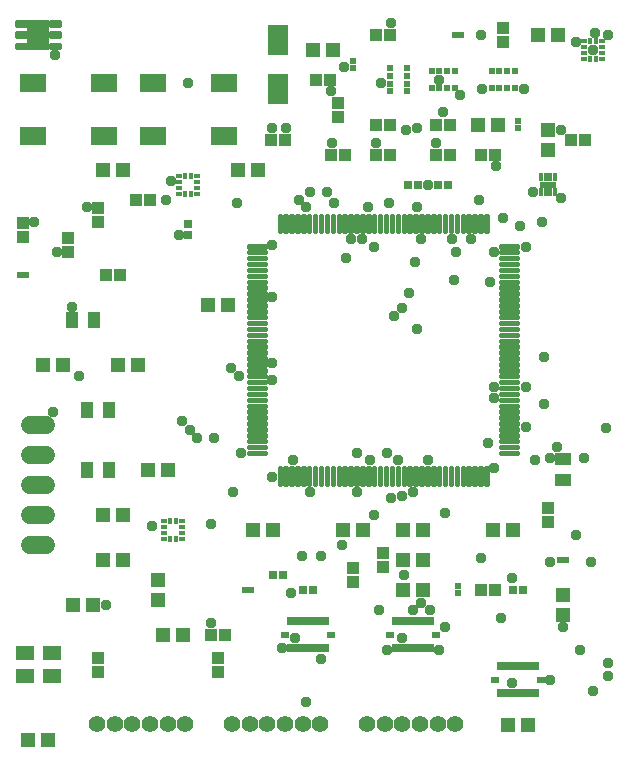
<source format=gts>
G04 EAGLE Gerber RS-274X export*
G75*
%MOMM*%
%FSLAX34Y34*%
%LPD*%
%INTop Solder Mask*%
%IPPOS*%
%AMOC8*
5,1,8,0,0,1.08239X$1,22.5*%
G01*
%ADD10R,0.553200X0.553200*%
%ADD11R,1.053200X1.103200*%
%ADD12R,1.303200X1.203200*%
%ADD13R,1.003200X1.403200*%
%ADD14R,1.203200X1.303200*%
%ADD15R,1.103200X1.053200*%
%ADD16R,0.803200X0.703200*%
%ADD17R,0.603200X0.583200*%
%ADD18R,0.583200X0.603200*%
%ADD19C,0.404144*%
%ADD20R,1.828200X2.568200*%
%ADD21R,0.763200X0.803200*%
%ADD22R,2.303200X1.603200*%
%ADD23C,1.524000*%
%ADD24R,1.753200X2.603200*%
%ADD25R,0.403200X0.703200*%
%ADD26R,1.403200X0.603200*%
%ADD27R,0.475000X0.450000*%
%ADD28R,0.450000X0.475000*%
%ADD29R,0.553200X0.793200*%
%ADD30R,0.793200X0.553200*%
%ADD31C,0.275422*%
%ADD32R,1.503200X1.303200*%
%ADD33C,1.411200*%
%ADD34R,1.403200X1.003200*%
%ADD35C,0.959600*%

G36*
X465402Y511125D02*
X465402Y511125D01*
X465404Y511124D01*
X465447Y511144D01*
X465491Y511162D01*
X465491Y511164D01*
X465493Y511165D01*
X465526Y511250D01*
X465526Y517250D01*
X465525Y517252D01*
X465526Y517254D01*
X465506Y517297D01*
X465488Y517341D01*
X465486Y517341D01*
X465485Y517343D01*
X465400Y517376D01*
X462400Y517376D01*
X462398Y517375D01*
X462396Y517376D01*
X462353Y517356D01*
X462309Y517338D01*
X462309Y517336D01*
X462307Y517335D01*
X462274Y517250D01*
X462274Y511250D01*
X462275Y511248D01*
X462274Y511246D01*
X462294Y511203D01*
X462312Y511159D01*
X462314Y511159D01*
X462315Y511157D01*
X462400Y511124D01*
X465400Y511124D01*
X465402Y511125D01*
G37*
G36*
X469402Y511125D02*
X469402Y511125D01*
X469404Y511124D01*
X469447Y511144D01*
X469491Y511162D01*
X469491Y511164D01*
X469493Y511165D01*
X469526Y511250D01*
X469526Y517250D01*
X469525Y517252D01*
X469526Y517254D01*
X469506Y517297D01*
X469488Y517341D01*
X469486Y517341D01*
X469485Y517343D01*
X469400Y517376D01*
X466400Y517376D01*
X466398Y517375D01*
X466396Y517376D01*
X466353Y517356D01*
X466309Y517338D01*
X466309Y517336D01*
X466307Y517335D01*
X466274Y517250D01*
X466274Y511250D01*
X466275Y511248D01*
X466274Y511246D01*
X466294Y511203D01*
X466312Y511159D01*
X466314Y511159D01*
X466315Y511157D01*
X466400Y511124D01*
X469400Y511124D01*
X469402Y511125D01*
G37*
G36*
X473402Y511125D02*
X473402Y511125D01*
X473404Y511124D01*
X473447Y511144D01*
X473491Y511162D01*
X473491Y511164D01*
X473493Y511165D01*
X473526Y511250D01*
X473526Y517250D01*
X473525Y517252D01*
X473526Y517254D01*
X473506Y517297D01*
X473488Y517341D01*
X473486Y517341D01*
X473485Y517343D01*
X473400Y517376D01*
X470400Y517376D01*
X470398Y517375D01*
X470396Y517376D01*
X470353Y517356D01*
X470309Y517338D01*
X470309Y517336D01*
X470307Y517335D01*
X470274Y517250D01*
X470274Y511250D01*
X470275Y511248D01*
X470274Y511246D01*
X470294Y511203D01*
X470312Y511159D01*
X470314Y511159D01*
X470315Y511157D01*
X470400Y511124D01*
X473400Y511124D01*
X473402Y511125D01*
G37*
G36*
X477402Y511125D02*
X477402Y511125D01*
X477404Y511124D01*
X477447Y511144D01*
X477491Y511162D01*
X477491Y511164D01*
X477493Y511165D01*
X477526Y511250D01*
X477526Y517250D01*
X477525Y517252D01*
X477526Y517254D01*
X477506Y517297D01*
X477488Y517341D01*
X477486Y517341D01*
X477485Y517343D01*
X477400Y517376D01*
X474400Y517376D01*
X474398Y517375D01*
X474396Y517376D01*
X474353Y517356D01*
X474309Y517338D01*
X474309Y517336D01*
X474307Y517335D01*
X474274Y517250D01*
X474274Y511250D01*
X474275Y511248D01*
X474274Y511246D01*
X474294Y511203D01*
X474312Y511159D01*
X474314Y511159D01*
X474315Y511157D01*
X474400Y511124D01*
X477400Y511124D01*
X477402Y511125D01*
G37*
G36*
X477402Y498625D02*
X477402Y498625D01*
X477404Y498624D01*
X477447Y498644D01*
X477491Y498662D01*
X477491Y498664D01*
X477493Y498665D01*
X477526Y498750D01*
X477526Y504750D01*
X477525Y504752D01*
X477526Y504754D01*
X477506Y504797D01*
X477488Y504841D01*
X477486Y504841D01*
X477485Y504843D01*
X477400Y504876D01*
X474400Y504876D01*
X474398Y504875D01*
X474396Y504876D01*
X474353Y504856D01*
X474309Y504838D01*
X474309Y504836D01*
X474307Y504835D01*
X474274Y504750D01*
X474274Y498750D01*
X474275Y498748D01*
X474274Y498746D01*
X474294Y498703D01*
X474312Y498659D01*
X474314Y498659D01*
X474315Y498657D01*
X474400Y498624D01*
X477400Y498624D01*
X477402Y498625D01*
G37*
G36*
X473402Y498625D02*
X473402Y498625D01*
X473404Y498624D01*
X473447Y498644D01*
X473491Y498662D01*
X473491Y498664D01*
X473493Y498665D01*
X473526Y498750D01*
X473526Y504750D01*
X473525Y504752D01*
X473526Y504754D01*
X473506Y504797D01*
X473488Y504841D01*
X473486Y504841D01*
X473485Y504843D01*
X473400Y504876D01*
X470400Y504876D01*
X470398Y504875D01*
X470396Y504876D01*
X470353Y504856D01*
X470309Y504838D01*
X470309Y504836D01*
X470307Y504835D01*
X470274Y504750D01*
X470274Y498750D01*
X470275Y498748D01*
X470274Y498746D01*
X470294Y498703D01*
X470312Y498659D01*
X470314Y498659D01*
X470315Y498657D01*
X470400Y498624D01*
X473400Y498624D01*
X473402Y498625D01*
G37*
G36*
X469402Y498625D02*
X469402Y498625D01*
X469404Y498624D01*
X469447Y498644D01*
X469491Y498662D01*
X469491Y498664D01*
X469493Y498665D01*
X469526Y498750D01*
X469526Y504750D01*
X469525Y504752D01*
X469526Y504754D01*
X469506Y504797D01*
X469488Y504841D01*
X469486Y504841D01*
X469485Y504843D01*
X469400Y504876D01*
X466400Y504876D01*
X466398Y504875D01*
X466396Y504876D01*
X466353Y504856D01*
X466309Y504838D01*
X466309Y504836D01*
X466307Y504835D01*
X466274Y504750D01*
X466274Y498750D01*
X466275Y498748D01*
X466274Y498746D01*
X466294Y498703D01*
X466312Y498659D01*
X466314Y498659D01*
X466315Y498657D01*
X466400Y498624D01*
X469400Y498624D01*
X469402Y498625D01*
G37*
G36*
X465402Y498625D02*
X465402Y498625D01*
X465404Y498624D01*
X465447Y498644D01*
X465491Y498662D01*
X465491Y498664D01*
X465493Y498665D01*
X465526Y498750D01*
X465526Y504750D01*
X465525Y504752D01*
X465526Y504754D01*
X465506Y504797D01*
X465488Y504841D01*
X465486Y504841D01*
X465485Y504843D01*
X465400Y504876D01*
X462400Y504876D01*
X462398Y504875D01*
X462396Y504876D01*
X462353Y504856D01*
X462309Y504838D01*
X462309Y504836D01*
X462307Y504835D01*
X462274Y504750D01*
X462274Y498750D01*
X462275Y498748D01*
X462274Y498746D01*
X462294Y498703D01*
X462312Y498659D01*
X462314Y498659D01*
X462315Y498657D01*
X462400Y498624D01*
X465400Y498624D01*
X465402Y498625D01*
G37*
D10*
X390750Y589650D03*
X384250Y589650D03*
X377750Y589650D03*
X371250Y589650D03*
X371250Y604150D03*
X377750Y604150D03*
X384250Y604150D03*
X390750Y604150D03*
X335650Y587150D03*
X335650Y593650D03*
X335650Y600150D03*
X335650Y606650D03*
X350150Y606650D03*
X350150Y600150D03*
X350150Y593650D03*
X350150Y587150D03*
X441550Y589650D03*
X435050Y589650D03*
X428550Y589650D03*
X422050Y589650D03*
X422050Y604150D03*
X428550Y604150D03*
X435050Y604150D03*
X441550Y604150D03*
D11*
X375200Y558800D03*
X386800Y558800D03*
X286300Y533400D03*
X297900Y533400D03*
D12*
X270900Y622300D03*
X287900Y622300D03*
D11*
X235500Y546100D03*
X247100Y546100D03*
D12*
X410600Y558800D03*
X427600Y558800D03*
X122800Y355600D03*
X105800Y355600D03*
X93100Y228600D03*
X110100Y228600D03*
X67700Y152400D03*
X84700Y152400D03*
X93100Y190500D03*
X110100Y190500D03*
X42300Y355600D03*
X59300Y355600D03*
D13*
X67200Y393700D03*
X85200Y393700D03*
D11*
X375200Y533400D03*
X386800Y533400D03*
D13*
X97900Y266700D03*
X79900Y266700D03*
X97900Y317500D03*
X79900Y317500D03*
D14*
X139700Y156600D03*
X139700Y173600D03*
D12*
X182000Y406400D03*
X199000Y406400D03*
D14*
X469900Y554600D03*
X469900Y537600D03*
D11*
X273600Y596900D03*
X285200Y596900D03*
X413300Y533400D03*
X424900Y533400D03*
X95800Y431800D03*
X107400Y431800D03*
D15*
X88900Y476800D03*
X88900Y488400D03*
X25400Y464100D03*
X25400Y475700D03*
X63500Y463000D03*
X63500Y451400D03*
D16*
X165100Y465400D03*
X165100Y474400D03*
D17*
X393700Y162290D03*
X393700Y167910D03*
D18*
X213090Y165100D03*
X218710Y165100D03*
X479790Y190500D03*
X485410Y190500D03*
X22590Y431800D03*
X28210Y431800D03*
D17*
X304800Y612410D03*
X304800Y606790D03*
X444500Y555990D03*
X444500Y561610D03*
D18*
X390890Y635000D03*
X396510Y635000D03*
D19*
X26946Y643504D02*
X20554Y643504D01*
X20554Y645496D01*
X26946Y645496D01*
X26946Y643504D01*
X26946Y634004D02*
X20554Y634004D01*
X20554Y635996D01*
X26946Y635996D01*
X26946Y634004D01*
X26946Y624504D02*
X20554Y624504D01*
X20554Y626496D01*
X26946Y626496D01*
X26946Y624504D01*
X49254Y626496D02*
X55646Y626496D01*
X55646Y624504D01*
X49254Y624504D01*
X49254Y626496D01*
X49254Y635996D02*
X55646Y635996D01*
X55646Y634004D01*
X49254Y634004D01*
X49254Y635996D01*
X49254Y645496D02*
X55646Y645496D01*
X55646Y643504D01*
X49254Y643504D01*
X49254Y645496D01*
D20*
X38100Y635000D03*
D11*
X324400Y533400D03*
X336000Y533400D03*
D15*
X88900Y95800D03*
X88900Y107400D03*
X292100Y565700D03*
X292100Y577300D03*
D11*
X489500Y546100D03*
X501100Y546100D03*
X184700Y127000D03*
X196300Y127000D03*
D15*
X431800Y629200D03*
X431800Y640800D03*
X190500Y107400D03*
X190500Y95800D03*
D11*
X413300Y165100D03*
X424900Y165100D03*
D15*
X304800Y183600D03*
X304800Y172000D03*
D21*
X245650Y177800D03*
X236950Y177800D03*
D11*
X324400Y558800D03*
X336000Y558800D03*
X121200Y495300D03*
X132800Y495300D03*
X324400Y635000D03*
X336000Y635000D03*
D12*
X207400Y520700D03*
X224400Y520700D03*
D21*
X351250Y508000D03*
X359950Y508000D03*
X385350Y508000D03*
X376650Y508000D03*
D22*
X135100Y594000D03*
X195100Y594000D03*
X135100Y549000D03*
X195100Y549000D03*
X33500Y594000D03*
X93500Y594000D03*
X33500Y549000D03*
X93500Y549000D03*
D23*
X44704Y304800D02*
X31496Y304800D01*
X31496Y279400D02*
X44704Y279400D01*
X44704Y254000D02*
X31496Y254000D01*
X31496Y228600D02*
X44704Y228600D01*
X44704Y203200D02*
X31496Y203200D01*
D24*
X241300Y588600D03*
X241300Y630600D03*
D25*
X463900Y501750D03*
X467900Y501750D03*
X471900Y501750D03*
X475900Y501750D03*
X475900Y514250D03*
X471900Y514250D03*
X467900Y514250D03*
X463900Y514250D03*
D26*
X469900Y508000D03*
D27*
X515625Y629800D03*
X500375Y629800D03*
X500375Y624800D03*
X500375Y619800D03*
X500375Y614800D03*
X515625Y624800D03*
X515625Y619800D03*
X515625Y614800D03*
D28*
X505500Y614675D03*
X505500Y629925D03*
X510500Y629925D03*
X510500Y614675D03*
D27*
X160025Y223400D03*
X144775Y223400D03*
X144775Y218400D03*
X144775Y213400D03*
X144775Y208400D03*
X160025Y218400D03*
X160025Y213400D03*
X160025Y208400D03*
D28*
X149900Y208275D03*
X149900Y223525D03*
X154900Y223525D03*
X154900Y208275D03*
D29*
X370600Y138650D03*
X365600Y138650D03*
X360600Y138650D03*
X355600Y138650D03*
X350600Y138650D03*
X345600Y138650D03*
X340600Y138650D03*
D30*
X336450Y127000D03*
D29*
X340600Y115350D03*
X345600Y115350D03*
X350600Y115350D03*
X355600Y115350D03*
X360600Y115350D03*
X365600Y115350D03*
X370600Y115350D03*
D30*
X374750Y127000D03*
D29*
X429500Y77250D03*
X434500Y77250D03*
X439500Y77250D03*
X444500Y77250D03*
X449500Y77250D03*
X454500Y77250D03*
X459500Y77250D03*
D30*
X463650Y88900D03*
D29*
X459500Y100550D03*
X454500Y100550D03*
X449500Y100550D03*
X444500Y100550D03*
X439500Y100550D03*
X434500Y100550D03*
X429500Y100550D03*
D30*
X425350Y88900D03*
D29*
X281700Y138650D03*
X276700Y138650D03*
X271700Y138650D03*
X266700Y138650D03*
X261700Y138650D03*
X256700Y138650D03*
X251700Y138650D03*
D30*
X247550Y127000D03*
D29*
X251700Y115350D03*
X256700Y115350D03*
X261700Y115350D03*
X266700Y115350D03*
X271700Y115350D03*
X276700Y115350D03*
X281700Y115350D03*
D30*
X285850Y127000D03*
D31*
X243739Y254061D02*
X243739Y268939D01*
X243739Y254061D02*
X241661Y254061D01*
X241661Y268939D01*
X243739Y268939D01*
X243739Y256677D02*
X241661Y256677D01*
X241661Y259293D02*
X243739Y259293D01*
X243739Y261909D02*
X241661Y261909D01*
X241661Y264525D02*
X243739Y264525D01*
X243739Y267141D02*
X241661Y267141D01*
X248739Y268939D02*
X248739Y254061D01*
X246661Y254061D01*
X246661Y268939D01*
X248739Y268939D01*
X248739Y256677D02*
X246661Y256677D01*
X246661Y259293D02*
X248739Y259293D01*
X248739Y261909D02*
X246661Y261909D01*
X246661Y264525D02*
X248739Y264525D01*
X248739Y267141D02*
X246661Y267141D01*
X253739Y268939D02*
X253739Y254061D01*
X251661Y254061D01*
X251661Y268939D01*
X253739Y268939D01*
X253739Y256677D02*
X251661Y256677D01*
X251661Y259293D02*
X253739Y259293D01*
X253739Y261909D02*
X251661Y261909D01*
X251661Y264525D02*
X253739Y264525D01*
X253739Y267141D02*
X251661Y267141D01*
X258739Y268939D02*
X258739Y254061D01*
X256661Y254061D01*
X256661Y268939D01*
X258739Y268939D01*
X258739Y256677D02*
X256661Y256677D01*
X256661Y259293D02*
X258739Y259293D01*
X258739Y261909D02*
X256661Y261909D01*
X256661Y264525D02*
X258739Y264525D01*
X258739Y267141D02*
X256661Y267141D01*
X263739Y268939D02*
X263739Y254061D01*
X261661Y254061D01*
X261661Y268939D01*
X263739Y268939D01*
X263739Y256677D02*
X261661Y256677D01*
X261661Y259293D02*
X263739Y259293D01*
X263739Y261909D02*
X261661Y261909D01*
X261661Y264525D02*
X263739Y264525D01*
X263739Y267141D02*
X261661Y267141D01*
X268739Y268939D02*
X268739Y254061D01*
X266661Y254061D01*
X266661Y268939D01*
X268739Y268939D01*
X268739Y256677D02*
X266661Y256677D01*
X266661Y259293D02*
X268739Y259293D01*
X268739Y261909D02*
X266661Y261909D01*
X266661Y264525D02*
X268739Y264525D01*
X268739Y267141D02*
X266661Y267141D01*
X273739Y268939D02*
X273739Y254061D01*
X271661Y254061D01*
X271661Y268939D01*
X273739Y268939D01*
X273739Y256677D02*
X271661Y256677D01*
X271661Y259293D02*
X273739Y259293D01*
X273739Y261909D02*
X271661Y261909D01*
X271661Y264525D02*
X273739Y264525D01*
X273739Y267141D02*
X271661Y267141D01*
X278739Y268939D02*
X278739Y254061D01*
X276661Y254061D01*
X276661Y268939D01*
X278739Y268939D01*
X278739Y256677D02*
X276661Y256677D01*
X276661Y259293D02*
X278739Y259293D01*
X278739Y261909D02*
X276661Y261909D01*
X276661Y264525D02*
X278739Y264525D01*
X278739Y267141D02*
X276661Y267141D01*
X283739Y268939D02*
X283739Y254061D01*
X281661Y254061D01*
X281661Y268939D01*
X283739Y268939D01*
X283739Y256677D02*
X281661Y256677D01*
X281661Y259293D02*
X283739Y259293D01*
X283739Y261909D02*
X281661Y261909D01*
X281661Y264525D02*
X283739Y264525D01*
X283739Y267141D02*
X281661Y267141D01*
X288739Y268939D02*
X288739Y254061D01*
X286661Y254061D01*
X286661Y268939D01*
X288739Y268939D01*
X288739Y256677D02*
X286661Y256677D01*
X286661Y259293D02*
X288739Y259293D01*
X288739Y261909D02*
X286661Y261909D01*
X286661Y264525D02*
X288739Y264525D01*
X288739Y267141D02*
X286661Y267141D01*
X293739Y268939D02*
X293739Y254061D01*
X291661Y254061D01*
X291661Y268939D01*
X293739Y268939D01*
X293739Y256677D02*
X291661Y256677D01*
X291661Y259293D02*
X293739Y259293D01*
X293739Y261909D02*
X291661Y261909D01*
X291661Y264525D02*
X293739Y264525D01*
X293739Y267141D02*
X291661Y267141D01*
X298739Y268939D02*
X298739Y254061D01*
X296661Y254061D01*
X296661Y268939D01*
X298739Y268939D01*
X298739Y256677D02*
X296661Y256677D01*
X296661Y259293D02*
X298739Y259293D01*
X298739Y261909D02*
X296661Y261909D01*
X296661Y264525D02*
X298739Y264525D01*
X298739Y267141D02*
X296661Y267141D01*
X303739Y268939D02*
X303739Y254061D01*
X301661Y254061D01*
X301661Y268939D01*
X303739Y268939D01*
X303739Y256677D02*
X301661Y256677D01*
X301661Y259293D02*
X303739Y259293D01*
X303739Y261909D02*
X301661Y261909D01*
X301661Y264525D02*
X303739Y264525D01*
X303739Y267141D02*
X301661Y267141D01*
X308739Y268939D02*
X308739Y254061D01*
X306661Y254061D01*
X306661Y268939D01*
X308739Y268939D01*
X308739Y256677D02*
X306661Y256677D01*
X306661Y259293D02*
X308739Y259293D01*
X308739Y261909D02*
X306661Y261909D01*
X306661Y264525D02*
X308739Y264525D01*
X308739Y267141D02*
X306661Y267141D01*
X313739Y268939D02*
X313739Y254061D01*
X311661Y254061D01*
X311661Y268939D01*
X313739Y268939D01*
X313739Y256677D02*
X311661Y256677D01*
X311661Y259293D02*
X313739Y259293D01*
X313739Y261909D02*
X311661Y261909D01*
X311661Y264525D02*
X313739Y264525D01*
X313739Y267141D02*
X311661Y267141D01*
X318739Y268939D02*
X318739Y254061D01*
X316661Y254061D01*
X316661Y268939D01*
X318739Y268939D01*
X318739Y256677D02*
X316661Y256677D01*
X316661Y259293D02*
X318739Y259293D01*
X318739Y261909D02*
X316661Y261909D01*
X316661Y264525D02*
X318739Y264525D01*
X318739Y267141D02*
X316661Y267141D01*
X323739Y268939D02*
X323739Y254061D01*
X321661Y254061D01*
X321661Y268939D01*
X323739Y268939D01*
X323739Y256677D02*
X321661Y256677D01*
X321661Y259293D02*
X323739Y259293D01*
X323739Y261909D02*
X321661Y261909D01*
X321661Y264525D02*
X323739Y264525D01*
X323739Y267141D02*
X321661Y267141D01*
X328739Y268939D02*
X328739Y254061D01*
X326661Y254061D01*
X326661Y268939D01*
X328739Y268939D01*
X328739Y256677D02*
X326661Y256677D01*
X326661Y259293D02*
X328739Y259293D01*
X328739Y261909D02*
X326661Y261909D01*
X326661Y264525D02*
X328739Y264525D01*
X328739Y267141D02*
X326661Y267141D01*
X333739Y268939D02*
X333739Y254061D01*
X331661Y254061D01*
X331661Y268939D01*
X333739Y268939D01*
X333739Y256677D02*
X331661Y256677D01*
X331661Y259293D02*
X333739Y259293D01*
X333739Y261909D02*
X331661Y261909D01*
X331661Y264525D02*
X333739Y264525D01*
X333739Y267141D02*
X331661Y267141D01*
X338739Y268939D02*
X338739Y254061D01*
X336661Y254061D01*
X336661Y268939D01*
X338739Y268939D01*
X338739Y256677D02*
X336661Y256677D01*
X336661Y259293D02*
X338739Y259293D01*
X338739Y261909D02*
X336661Y261909D01*
X336661Y264525D02*
X338739Y264525D01*
X338739Y267141D02*
X336661Y267141D01*
X343739Y268939D02*
X343739Y254061D01*
X341661Y254061D01*
X341661Y268939D01*
X343739Y268939D01*
X343739Y256677D02*
X341661Y256677D01*
X341661Y259293D02*
X343739Y259293D01*
X343739Y261909D02*
X341661Y261909D01*
X341661Y264525D02*
X343739Y264525D01*
X343739Y267141D02*
X341661Y267141D01*
X348739Y268939D02*
X348739Y254061D01*
X346661Y254061D01*
X346661Y268939D01*
X348739Y268939D01*
X348739Y256677D02*
X346661Y256677D01*
X346661Y259293D02*
X348739Y259293D01*
X348739Y261909D02*
X346661Y261909D01*
X346661Y264525D02*
X348739Y264525D01*
X348739Y267141D02*
X346661Y267141D01*
X353739Y268939D02*
X353739Y254061D01*
X351661Y254061D01*
X351661Y268939D01*
X353739Y268939D01*
X353739Y256677D02*
X351661Y256677D01*
X351661Y259293D02*
X353739Y259293D01*
X353739Y261909D02*
X351661Y261909D01*
X351661Y264525D02*
X353739Y264525D01*
X353739Y267141D02*
X351661Y267141D01*
X358739Y268939D02*
X358739Y254061D01*
X356661Y254061D01*
X356661Y268939D01*
X358739Y268939D01*
X358739Y256677D02*
X356661Y256677D01*
X356661Y259293D02*
X358739Y259293D01*
X358739Y261909D02*
X356661Y261909D01*
X356661Y264525D02*
X358739Y264525D01*
X358739Y267141D02*
X356661Y267141D01*
X363739Y268939D02*
X363739Y254061D01*
X361661Y254061D01*
X361661Y268939D01*
X363739Y268939D01*
X363739Y256677D02*
X361661Y256677D01*
X361661Y259293D02*
X363739Y259293D01*
X363739Y261909D02*
X361661Y261909D01*
X361661Y264525D02*
X363739Y264525D01*
X363739Y267141D02*
X361661Y267141D01*
X368739Y268939D02*
X368739Y254061D01*
X366661Y254061D01*
X366661Y268939D01*
X368739Y268939D01*
X368739Y256677D02*
X366661Y256677D01*
X366661Y259293D02*
X368739Y259293D01*
X368739Y261909D02*
X366661Y261909D01*
X366661Y264525D02*
X368739Y264525D01*
X368739Y267141D02*
X366661Y267141D01*
X373739Y268939D02*
X373739Y254061D01*
X371661Y254061D01*
X371661Y268939D01*
X373739Y268939D01*
X373739Y256677D02*
X371661Y256677D01*
X371661Y259293D02*
X373739Y259293D01*
X373739Y261909D02*
X371661Y261909D01*
X371661Y264525D02*
X373739Y264525D01*
X373739Y267141D02*
X371661Y267141D01*
X378739Y268939D02*
X378739Y254061D01*
X376661Y254061D01*
X376661Y268939D01*
X378739Y268939D01*
X378739Y256677D02*
X376661Y256677D01*
X376661Y259293D02*
X378739Y259293D01*
X378739Y261909D02*
X376661Y261909D01*
X376661Y264525D02*
X378739Y264525D01*
X378739Y267141D02*
X376661Y267141D01*
X383739Y268939D02*
X383739Y254061D01*
X381661Y254061D01*
X381661Y268939D01*
X383739Y268939D01*
X383739Y256677D02*
X381661Y256677D01*
X381661Y259293D02*
X383739Y259293D01*
X383739Y261909D02*
X381661Y261909D01*
X381661Y264525D02*
X383739Y264525D01*
X383739Y267141D02*
X381661Y267141D01*
X388739Y268939D02*
X388739Y254061D01*
X386661Y254061D01*
X386661Y268939D01*
X388739Y268939D01*
X388739Y256677D02*
X386661Y256677D01*
X386661Y259293D02*
X388739Y259293D01*
X388739Y261909D02*
X386661Y261909D01*
X386661Y264525D02*
X388739Y264525D01*
X388739Y267141D02*
X386661Y267141D01*
X393739Y268939D02*
X393739Y254061D01*
X391661Y254061D01*
X391661Y268939D01*
X393739Y268939D01*
X393739Y256677D02*
X391661Y256677D01*
X391661Y259293D02*
X393739Y259293D01*
X393739Y261909D02*
X391661Y261909D01*
X391661Y264525D02*
X393739Y264525D01*
X393739Y267141D02*
X391661Y267141D01*
X398739Y268939D02*
X398739Y254061D01*
X396661Y254061D01*
X396661Y268939D01*
X398739Y268939D01*
X398739Y256677D02*
X396661Y256677D01*
X396661Y259293D02*
X398739Y259293D01*
X398739Y261909D02*
X396661Y261909D01*
X396661Y264525D02*
X398739Y264525D01*
X398739Y267141D02*
X396661Y267141D01*
X403739Y268939D02*
X403739Y254061D01*
X401661Y254061D01*
X401661Y268939D01*
X403739Y268939D01*
X403739Y256677D02*
X401661Y256677D01*
X401661Y259293D02*
X403739Y259293D01*
X403739Y261909D02*
X401661Y261909D01*
X401661Y264525D02*
X403739Y264525D01*
X403739Y267141D02*
X401661Y267141D01*
X408739Y268939D02*
X408739Y254061D01*
X406661Y254061D01*
X406661Y268939D01*
X408739Y268939D01*
X408739Y256677D02*
X406661Y256677D01*
X406661Y259293D02*
X408739Y259293D01*
X408739Y261909D02*
X406661Y261909D01*
X406661Y264525D02*
X408739Y264525D01*
X408739Y267141D02*
X406661Y267141D01*
X413739Y268939D02*
X413739Y254061D01*
X411661Y254061D01*
X411661Y268939D01*
X413739Y268939D01*
X413739Y256677D02*
X411661Y256677D01*
X411661Y259293D02*
X413739Y259293D01*
X413739Y261909D02*
X411661Y261909D01*
X411661Y264525D02*
X413739Y264525D01*
X413739Y267141D02*
X411661Y267141D01*
X418739Y268939D02*
X418739Y254061D01*
X416661Y254061D01*
X416661Y268939D01*
X418739Y268939D01*
X418739Y256677D02*
X416661Y256677D01*
X416661Y259293D02*
X418739Y259293D01*
X418739Y261909D02*
X416661Y261909D01*
X416661Y264525D02*
X418739Y264525D01*
X418739Y267141D02*
X416661Y267141D01*
X418739Y467661D02*
X418739Y482539D01*
X418739Y467661D02*
X416661Y467661D01*
X416661Y482539D01*
X418739Y482539D01*
X418739Y470277D02*
X416661Y470277D01*
X416661Y472893D02*
X418739Y472893D01*
X418739Y475509D02*
X416661Y475509D01*
X416661Y478125D02*
X418739Y478125D01*
X418739Y480741D02*
X416661Y480741D01*
X413739Y482539D02*
X413739Y467661D01*
X411661Y467661D01*
X411661Y482539D01*
X413739Y482539D01*
X413739Y470277D02*
X411661Y470277D01*
X411661Y472893D02*
X413739Y472893D01*
X413739Y475509D02*
X411661Y475509D01*
X411661Y478125D02*
X413739Y478125D01*
X413739Y480741D02*
X411661Y480741D01*
X408739Y482539D02*
X408739Y467661D01*
X406661Y467661D01*
X406661Y482539D01*
X408739Y482539D01*
X408739Y470277D02*
X406661Y470277D01*
X406661Y472893D02*
X408739Y472893D01*
X408739Y475509D02*
X406661Y475509D01*
X406661Y478125D02*
X408739Y478125D01*
X408739Y480741D02*
X406661Y480741D01*
X403739Y482539D02*
X403739Y467661D01*
X401661Y467661D01*
X401661Y482539D01*
X403739Y482539D01*
X403739Y470277D02*
X401661Y470277D01*
X401661Y472893D02*
X403739Y472893D01*
X403739Y475509D02*
X401661Y475509D01*
X401661Y478125D02*
X403739Y478125D01*
X403739Y480741D02*
X401661Y480741D01*
X398739Y482539D02*
X398739Y467661D01*
X396661Y467661D01*
X396661Y482539D01*
X398739Y482539D01*
X398739Y470277D02*
X396661Y470277D01*
X396661Y472893D02*
X398739Y472893D01*
X398739Y475509D02*
X396661Y475509D01*
X396661Y478125D02*
X398739Y478125D01*
X398739Y480741D02*
X396661Y480741D01*
X393739Y482539D02*
X393739Y467661D01*
X391661Y467661D01*
X391661Y482539D01*
X393739Y482539D01*
X393739Y470277D02*
X391661Y470277D01*
X391661Y472893D02*
X393739Y472893D01*
X393739Y475509D02*
X391661Y475509D01*
X391661Y478125D02*
X393739Y478125D01*
X393739Y480741D02*
X391661Y480741D01*
X388739Y482539D02*
X388739Y467661D01*
X386661Y467661D01*
X386661Y482539D01*
X388739Y482539D01*
X388739Y470277D02*
X386661Y470277D01*
X386661Y472893D02*
X388739Y472893D01*
X388739Y475509D02*
X386661Y475509D01*
X386661Y478125D02*
X388739Y478125D01*
X388739Y480741D02*
X386661Y480741D01*
X383739Y482539D02*
X383739Y467661D01*
X381661Y467661D01*
X381661Y482539D01*
X383739Y482539D01*
X383739Y470277D02*
X381661Y470277D01*
X381661Y472893D02*
X383739Y472893D01*
X383739Y475509D02*
X381661Y475509D01*
X381661Y478125D02*
X383739Y478125D01*
X383739Y480741D02*
X381661Y480741D01*
X378739Y482539D02*
X378739Y467661D01*
X376661Y467661D01*
X376661Y482539D01*
X378739Y482539D01*
X378739Y470277D02*
X376661Y470277D01*
X376661Y472893D02*
X378739Y472893D01*
X378739Y475509D02*
X376661Y475509D01*
X376661Y478125D02*
X378739Y478125D01*
X378739Y480741D02*
X376661Y480741D01*
X373739Y482539D02*
X373739Y467661D01*
X371661Y467661D01*
X371661Y482539D01*
X373739Y482539D01*
X373739Y470277D02*
X371661Y470277D01*
X371661Y472893D02*
X373739Y472893D01*
X373739Y475509D02*
X371661Y475509D01*
X371661Y478125D02*
X373739Y478125D01*
X373739Y480741D02*
X371661Y480741D01*
X368739Y482539D02*
X368739Y467661D01*
X366661Y467661D01*
X366661Y482539D01*
X368739Y482539D01*
X368739Y470277D02*
X366661Y470277D01*
X366661Y472893D02*
X368739Y472893D01*
X368739Y475509D02*
X366661Y475509D01*
X366661Y478125D02*
X368739Y478125D01*
X368739Y480741D02*
X366661Y480741D01*
X363739Y482539D02*
X363739Y467661D01*
X361661Y467661D01*
X361661Y482539D01*
X363739Y482539D01*
X363739Y470277D02*
X361661Y470277D01*
X361661Y472893D02*
X363739Y472893D01*
X363739Y475509D02*
X361661Y475509D01*
X361661Y478125D02*
X363739Y478125D01*
X363739Y480741D02*
X361661Y480741D01*
X358739Y482539D02*
X358739Y467661D01*
X356661Y467661D01*
X356661Y482539D01*
X358739Y482539D01*
X358739Y470277D02*
X356661Y470277D01*
X356661Y472893D02*
X358739Y472893D01*
X358739Y475509D02*
X356661Y475509D01*
X356661Y478125D02*
X358739Y478125D01*
X358739Y480741D02*
X356661Y480741D01*
X353739Y482539D02*
X353739Y467661D01*
X351661Y467661D01*
X351661Y482539D01*
X353739Y482539D01*
X353739Y470277D02*
X351661Y470277D01*
X351661Y472893D02*
X353739Y472893D01*
X353739Y475509D02*
X351661Y475509D01*
X351661Y478125D02*
X353739Y478125D01*
X353739Y480741D02*
X351661Y480741D01*
X348739Y482539D02*
X348739Y467661D01*
X346661Y467661D01*
X346661Y482539D01*
X348739Y482539D01*
X348739Y470277D02*
X346661Y470277D01*
X346661Y472893D02*
X348739Y472893D01*
X348739Y475509D02*
X346661Y475509D01*
X346661Y478125D02*
X348739Y478125D01*
X348739Y480741D02*
X346661Y480741D01*
X343739Y482539D02*
X343739Y467661D01*
X341661Y467661D01*
X341661Y482539D01*
X343739Y482539D01*
X343739Y470277D02*
X341661Y470277D01*
X341661Y472893D02*
X343739Y472893D01*
X343739Y475509D02*
X341661Y475509D01*
X341661Y478125D02*
X343739Y478125D01*
X343739Y480741D02*
X341661Y480741D01*
X338739Y482539D02*
X338739Y467661D01*
X336661Y467661D01*
X336661Y482539D01*
X338739Y482539D01*
X338739Y470277D02*
X336661Y470277D01*
X336661Y472893D02*
X338739Y472893D01*
X338739Y475509D02*
X336661Y475509D01*
X336661Y478125D02*
X338739Y478125D01*
X338739Y480741D02*
X336661Y480741D01*
X333739Y482539D02*
X333739Y467661D01*
X331661Y467661D01*
X331661Y482539D01*
X333739Y482539D01*
X333739Y470277D02*
X331661Y470277D01*
X331661Y472893D02*
X333739Y472893D01*
X333739Y475509D02*
X331661Y475509D01*
X331661Y478125D02*
X333739Y478125D01*
X333739Y480741D02*
X331661Y480741D01*
X328739Y482539D02*
X328739Y467661D01*
X326661Y467661D01*
X326661Y482539D01*
X328739Y482539D01*
X328739Y470277D02*
X326661Y470277D01*
X326661Y472893D02*
X328739Y472893D01*
X328739Y475509D02*
X326661Y475509D01*
X326661Y478125D02*
X328739Y478125D01*
X328739Y480741D02*
X326661Y480741D01*
X323739Y482539D02*
X323739Y467661D01*
X321661Y467661D01*
X321661Y482539D01*
X323739Y482539D01*
X323739Y470277D02*
X321661Y470277D01*
X321661Y472893D02*
X323739Y472893D01*
X323739Y475509D02*
X321661Y475509D01*
X321661Y478125D02*
X323739Y478125D01*
X323739Y480741D02*
X321661Y480741D01*
X318739Y482539D02*
X318739Y467661D01*
X316661Y467661D01*
X316661Y482539D01*
X318739Y482539D01*
X318739Y470277D02*
X316661Y470277D01*
X316661Y472893D02*
X318739Y472893D01*
X318739Y475509D02*
X316661Y475509D01*
X316661Y478125D02*
X318739Y478125D01*
X318739Y480741D02*
X316661Y480741D01*
X313739Y482539D02*
X313739Y467661D01*
X311661Y467661D01*
X311661Y482539D01*
X313739Y482539D01*
X313739Y470277D02*
X311661Y470277D01*
X311661Y472893D02*
X313739Y472893D01*
X313739Y475509D02*
X311661Y475509D01*
X311661Y478125D02*
X313739Y478125D01*
X313739Y480741D02*
X311661Y480741D01*
X308739Y482539D02*
X308739Y467661D01*
X306661Y467661D01*
X306661Y482539D01*
X308739Y482539D01*
X308739Y470277D02*
X306661Y470277D01*
X306661Y472893D02*
X308739Y472893D01*
X308739Y475509D02*
X306661Y475509D01*
X306661Y478125D02*
X308739Y478125D01*
X308739Y480741D02*
X306661Y480741D01*
X303739Y482539D02*
X303739Y467661D01*
X301661Y467661D01*
X301661Y482539D01*
X303739Y482539D01*
X303739Y470277D02*
X301661Y470277D01*
X301661Y472893D02*
X303739Y472893D01*
X303739Y475509D02*
X301661Y475509D01*
X301661Y478125D02*
X303739Y478125D01*
X303739Y480741D02*
X301661Y480741D01*
X298739Y482539D02*
X298739Y467661D01*
X296661Y467661D01*
X296661Y482539D01*
X298739Y482539D01*
X298739Y470277D02*
X296661Y470277D01*
X296661Y472893D02*
X298739Y472893D01*
X298739Y475509D02*
X296661Y475509D01*
X296661Y478125D02*
X298739Y478125D01*
X298739Y480741D02*
X296661Y480741D01*
X293739Y482539D02*
X293739Y467661D01*
X291661Y467661D01*
X291661Y482539D01*
X293739Y482539D01*
X293739Y470277D02*
X291661Y470277D01*
X291661Y472893D02*
X293739Y472893D01*
X293739Y475509D02*
X291661Y475509D01*
X291661Y478125D02*
X293739Y478125D01*
X293739Y480741D02*
X291661Y480741D01*
X288739Y482539D02*
X288739Y467661D01*
X286661Y467661D01*
X286661Y482539D01*
X288739Y482539D01*
X288739Y470277D02*
X286661Y470277D01*
X286661Y472893D02*
X288739Y472893D01*
X288739Y475509D02*
X286661Y475509D01*
X286661Y478125D02*
X288739Y478125D01*
X288739Y480741D02*
X286661Y480741D01*
X283739Y482539D02*
X283739Y467661D01*
X281661Y467661D01*
X281661Y482539D01*
X283739Y482539D01*
X283739Y470277D02*
X281661Y470277D01*
X281661Y472893D02*
X283739Y472893D01*
X283739Y475509D02*
X281661Y475509D01*
X281661Y478125D02*
X283739Y478125D01*
X283739Y480741D02*
X281661Y480741D01*
X278739Y482539D02*
X278739Y467661D01*
X276661Y467661D01*
X276661Y482539D01*
X278739Y482539D01*
X278739Y470277D02*
X276661Y470277D01*
X276661Y472893D02*
X278739Y472893D01*
X278739Y475509D02*
X276661Y475509D01*
X276661Y478125D02*
X278739Y478125D01*
X278739Y480741D02*
X276661Y480741D01*
X273739Y482539D02*
X273739Y467661D01*
X271661Y467661D01*
X271661Y482539D01*
X273739Y482539D01*
X273739Y470277D02*
X271661Y470277D01*
X271661Y472893D02*
X273739Y472893D01*
X273739Y475509D02*
X271661Y475509D01*
X271661Y478125D02*
X273739Y478125D01*
X273739Y480741D02*
X271661Y480741D01*
X268739Y482539D02*
X268739Y467661D01*
X266661Y467661D01*
X266661Y482539D01*
X268739Y482539D01*
X268739Y470277D02*
X266661Y470277D01*
X266661Y472893D02*
X268739Y472893D01*
X268739Y475509D02*
X266661Y475509D01*
X266661Y478125D02*
X268739Y478125D01*
X268739Y480741D02*
X266661Y480741D01*
X263739Y482539D02*
X263739Y467661D01*
X261661Y467661D01*
X261661Y482539D01*
X263739Y482539D01*
X263739Y470277D02*
X261661Y470277D01*
X261661Y472893D02*
X263739Y472893D01*
X263739Y475509D02*
X261661Y475509D01*
X261661Y478125D02*
X263739Y478125D01*
X263739Y480741D02*
X261661Y480741D01*
X258739Y482539D02*
X258739Y467661D01*
X256661Y467661D01*
X256661Y482539D01*
X258739Y482539D01*
X258739Y470277D02*
X256661Y470277D01*
X256661Y472893D02*
X258739Y472893D01*
X258739Y475509D02*
X256661Y475509D01*
X256661Y478125D02*
X258739Y478125D01*
X258739Y480741D02*
X256661Y480741D01*
X253739Y482539D02*
X253739Y467661D01*
X251661Y467661D01*
X251661Y482539D01*
X253739Y482539D01*
X253739Y470277D02*
X251661Y470277D01*
X251661Y472893D02*
X253739Y472893D01*
X253739Y475509D02*
X251661Y475509D01*
X251661Y478125D02*
X253739Y478125D01*
X253739Y480741D02*
X251661Y480741D01*
X248739Y482539D02*
X248739Y467661D01*
X246661Y467661D01*
X246661Y482539D01*
X248739Y482539D01*
X248739Y470277D02*
X246661Y470277D01*
X246661Y472893D02*
X248739Y472893D01*
X248739Y475509D02*
X246661Y475509D01*
X246661Y478125D02*
X248739Y478125D01*
X248739Y480741D02*
X246661Y480741D01*
X243739Y482539D02*
X243739Y467661D01*
X241661Y467661D01*
X241661Y482539D01*
X243739Y482539D01*
X243739Y470277D02*
X241661Y470277D01*
X241661Y472893D02*
X243739Y472893D01*
X243739Y475509D02*
X241661Y475509D01*
X241661Y478125D02*
X243739Y478125D01*
X243739Y480741D02*
X241661Y480741D01*
X230839Y454761D02*
X215961Y454761D01*
X215961Y456839D01*
X230839Y456839D01*
X230839Y454761D01*
X230839Y449761D02*
X215961Y449761D01*
X215961Y451839D01*
X230839Y451839D01*
X230839Y449761D01*
X230839Y444761D02*
X215961Y444761D01*
X215961Y446839D01*
X230839Y446839D01*
X230839Y444761D01*
X230839Y439761D02*
X215961Y439761D01*
X215961Y441839D01*
X230839Y441839D01*
X230839Y439761D01*
X230839Y434761D02*
X215961Y434761D01*
X215961Y436839D01*
X230839Y436839D01*
X230839Y434761D01*
X230839Y429761D02*
X215961Y429761D01*
X215961Y431839D01*
X230839Y431839D01*
X230839Y429761D01*
X230839Y424761D02*
X215961Y424761D01*
X215961Y426839D01*
X230839Y426839D01*
X230839Y424761D01*
X230839Y419761D02*
X215961Y419761D01*
X215961Y421839D01*
X230839Y421839D01*
X230839Y419761D01*
X230839Y414761D02*
X215961Y414761D01*
X215961Y416839D01*
X230839Y416839D01*
X230839Y414761D01*
X230839Y409761D02*
X215961Y409761D01*
X215961Y411839D01*
X230839Y411839D01*
X230839Y409761D01*
X230839Y404761D02*
X215961Y404761D01*
X215961Y406839D01*
X230839Y406839D01*
X230839Y404761D01*
X230839Y399761D02*
X215961Y399761D01*
X215961Y401839D01*
X230839Y401839D01*
X230839Y399761D01*
X230839Y394761D02*
X215961Y394761D01*
X215961Y396839D01*
X230839Y396839D01*
X230839Y394761D01*
X230839Y389761D02*
X215961Y389761D01*
X215961Y391839D01*
X230839Y391839D01*
X230839Y389761D01*
X230839Y384761D02*
X215961Y384761D01*
X215961Y386839D01*
X230839Y386839D01*
X230839Y384761D01*
X230839Y379761D02*
X215961Y379761D01*
X215961Y381839D01*
X230839Y381839D01*
X230839Y379761D01*
X230839Y374761D02*
X215961Y374761D01*
X215961Y376839D01*
X230839Y376839D01*
X230839Y374761D01*
X230839Y369761D02*
X215961Y369761D01*
X215961Y371839D01*
X230839Y371839D01*
X230839Y369761D01*
X230839Y364761D02*
X215961Y364761D01*
X215961Y366839D01*
X230839Y366839D01*
X230839Y364761D01*
X230839Y359761D02*
X215961Y359761D01*
X215961Y361839D01*
X230839Y361839D01*
X230839Y359761D01*
X230839Y354761D02*
X215961Y354761D01*
X215961Y356839D01*
X230839Y356839D01*
X230839Y354761D01*
X230839Y349761D02*
X215961Y349761D01*
X215961Y351839D01*
X230839Y351839D01*
X230839Y349761D01*
X230839Y344761D02*
X215961Y344761D01*
X215961Y346839D01*
X230839Y346839D01*
X230839Y344761D01*
X230839Y339761D02*
X215961Y339761D01*
X215961Y341839D01*
X230839Y341839D01*
X230839Y339761D01*
X230839Y334761D02*
X215961Y334761D01*
X215961Y336839D01*
X230839Y336839D01*
X230839Y334761D01*
X230839Y329761D02*
X215961Y329761D01*
X215961Y331839D01*
X230839Y331839D01*
X230839Y329761D01*
X230839Y324761D02*
X215961Y324761D01*
X215961Y326839D01*
X230839Y326839D01*
X230839Y324761D01*
X230839Y319761D02*
X215961Y319761D01*
X215961Y321839D01*
X230839Y321839D01*
X230839Y319761D01*
X230839Y314761D02*
X215961Y314761D01*
X215961Y316839D01*
X230839Y316839D01*
X230839Y314761D01*
X230839Y309761D02*
X215961Y309761D01*
X215961Y311839D01*
X230839Y311839D01*
X230839Y309761D01*
X230839Y304761D02*
X215961Y304761D01*
X215961Y306839D01*
X230839Y306839D01*
X230839Y304761D01*
X230839Y299761D02*
X215961Y299761D01*
X215961Y301839D01*
X230839Y301839D01*
X230839Y299761D01*
X230839Y294761D02*
X215961Y294761D01*
X215961Y296839D01*
X230839Y296839D01*
X230839Y294761D01*
X230839Y289761D02*
X215961Y289761D01*
X215961Y291839D01*
X230839Y291839D01*
X230839Y289761D01*
X230839Y284761D02*
X215961Y284761D01*
X215961Y286839D01*
X230839Y286839D01*
X230839Y284761D01*
X230839Y279761D02*
X215961Y279761D01*
X215961Y281839D01*
X230839Y281839D01*
X230839Y279761D01*
X429561Y279761D02*
X444439Y279761D01*
X429561Y279761D02*
X429561Y281839D01*
X444439Y281839D01*
X444439Y279761D01*
X444439Y284761D02*
X429561Y284761D01*
X429561Y286839D01*
X444439Y286839D01*
X444439Y284761D01*
X444439Y289761D02*
X429561Y289761D01*
X429561Y291839D01*
X444439Y291839D01*
X444439Y289761D01*
X444439Y294761D02*
X429561Y294761D01*
X429561Y296839D01*
X444439Y296839D01*
X444439Y294761D01*
X444439Y299761D02*
X429561Y299761D01*
X429561Y301839D01*
X444439Y301839D01*
X444439Y299761D01*
X444439Y304761D02*
X429561Y304761D01*
X429561Y306839D01*
X444439Y306839D01*
X444439Y304761D01*
X444439Y309761D02*
X429561Y309761D01*
X429561Y311839D01*
X444439Y311839D01*
X444439Y309761D01*
X444439Y314761D02*
X429561Y314761D01*
X429561Y316839D01*
X444439Y316839D01*
X444439Y314761D01*
X444439Y319761D02*
X429561Y319761D01*
X429561Y321839D01*
X444439Y321839D01*
X444439Y319761D01*
X444439Y324761D02*
X429561Y324761D01*
X429561Y326839D01*
X444439Y326839D01*
X444439Y324761D01*
X444439Y329761D02*
X429561Y329761D01*
X429561Y331839D01*
X444439Y331839D01*
X444439Y329761D01*
X444439Y334761D02*
X429561Y334761D01*
X429561Y336839D01*
X444439Y336839D01*
X444439Y334761D01*
X444439Y339761D02*
X429561Y339761D01*
X429561Y341839D01*
X444439Y341839D01*
X444439Y339761D01*
X444439Y344761D02*
X429561Y344761D01*
X429561Y346839D01*
X444439Y346839D01*
X444439Y344761D01*
X444439Y349761D02*
X429561Y349761D01*
X429561Y351839D01*
X444439Y351839D01*
X444439Y349761D01*
X444439Y354761D02*
X429561Y354761D01*
X429561Y356839D01*
X444439Y356839D01*
X444439Y354761D01*
X444439Y359761D02*
X429561Y359761D01*
X429561Y361839D01*
X444439Y361839D01*
X444439Y359761D01*
X444439Y364761D02*
X429561Y364761D01*
X429561Y366839D01*
X444439Y366839D01*
X444439Y364761D01*
X444439Y369761D02*
X429561Y369761D01*
X429561Y371839D01*
X444439Y371839D01*
X444439Y369761D01*
X444439Y374761D02*
X429561Y374761D01*
X429561Y376839D01*
X444439Y376839D01*
X444439Y374761D01*
X444439Y379761D02*
X429561Y379761D01*
X429561Y381839D01*
X444439Y381839D01*
X444439Y379761D01*
X444439Y384761D02*
X429561Y384761D01*
X429561Y386839D01*
X444439Y386839D01*
X444439Y384761D01*
X444439Y389761D02*
X429561Y389761D01*
X429561Y391839D01*
X444439Y391839D01*
X444439Y389761D01*
X444439Y394761D02*
X429561Y394761D01*
X429561Y396839D01*
X444439Y396839D01*
X444439Y394761D01*
X444439Y399761D02*
X429561Y399761D01*
X429561Y401839D01*
X444439Y401839D01*
X444439Y399761D01*
X444439Y404761D02*
X429561Y404761D01*
X429561Y406839D01*
X444439Y406839D01*
X444439Y404761D01*
X444439Y409761D02*
X429561Y409761D01*
X429561Y411839D01*
X444439Y411839D01*
X444439Y409761D01*
X444439Y414761D02*
X429561Y414761D01*
X429561Y416839D01*
X444439Y416839D01*
X444439Y414761D01*
X444439Y419761D02*
X429561Y419761D01*
X429561Y421839D01*
X444439Y421839D01*
X444439Y419761D01*
X444439Y424761D02*
X429561Y424761D01*
X429561Y426839D01*
X444439Y426839D01*
X444439Y424761D01*
X444439Y429761D02*
X429561Y429761D01*
X429561Y431839D01*
X444439Y431839D01*
X444439Y429761D01*
X444439Y434761D02*
X429561Y434761D01*
X429561Y436839D01*
X444439Y436839D01*
X444439Y434761D01*
X444439Y439761D02*
X429561Y439761D01*
X429561Y441839D01*
X444439Y441839D01*
X444439Y439761D01*
X444439Y444761D02*
X429561Y444761D01*
X429561Y446839D01*
X444439Y446839D01*
X444439Y444761D01*
X444439Y449761D02*
X429561Y449761D01*
X429561Y451839D01*
X444439Y451839D01*
X444439Y449761D01*
X444439Y454761D02*
X429561Y454761D01*
X429561Y456839D01*
X444439Y456839D01*
X444439Y454761D01*
D27*
X172725Y515500D03*
X157475Y515500D03*
X157475Y510500D03*
X157475Y505500D03*
X157475Y500500D03*
X172725Y510500D03*
X172725Y505500D03*
X172725Y500500D03*
D28*
X162600Y500375D03*
X162600Y515625D03*
X167600Y515625D03*
X167600Y500375D03*
D32*
X26600Y92100D03*
X49600Y92100D03*
X49600Y111100D03*
X26600Y111100D03*
D33*
X277100Y51100D03*
X262100Y51100D03*
X247100Y51100D03*
X232100Y51100D03*
X217100Y51100D03*
X202100Y51100D03*
X391400Y51100D03*
X376400Y51100D03*
X361400Y51100D03*
X346400Y51100D03*
X331400Y51100D03*
X316400Y51100D03*
X162800Y51100D03*
X147800Y51100D03*
X132800Y51100D03*
X117800Y51100D03*
X102800Y51100D03*
X87800Y51100D03*
D34*
X482600Y257700D03*
X482600Y275700D03*
D15*
X330200Y184700D03*
X330200Y196300D03*
X469900Y234400D03*
X469900Y222800D03*
D21*
X262350Y165100D03*
X271050Y165100D03*
X440150Y165100D03*
X448850Y165100D03*
D12*
X220100Y215900D03*
X237100Y215900D03*
X296300Y215900D03*
X313300Y215900D03*
X347100Y190500D03*
X364100Y190500D03*
X347100Y215900D03*
X364100Y215900D03*
X347100Y165100D03*
X364100Y165100D03*
X423300Y215900D03*
X440300Y215900D03*
X143900Y127000D03*
X160900Y127000D03*
X46600Y38100D03*
X29600Y38100D03*
X93100Y520700D03*
X110100Y520700D03*
X131200Y266700D03*
X148200Y266700D03*
D14*
X482600Y143900D03*
X482600Y160900D03*
D12*
X436000Y50800D03*
X453000Y50800D03*
X461400Y635000D03*
X478400Y635000D03*
D35*
X328613Y593725D03*
X296863Y608013D03*
X52388Y617538D03*
X236538Y555625D03*
X287338Y542925D03*
X374650Y542925D03*
X336550Y644525D03*
X254000Y274638D03*
X319088Y274638D03*
X368300Y274638D03*
X423863Y268288D03*
X450850Y336550D03*
X358775Y488950D03*
X450850Y455613D03*
X165100Y593725D03*
X377825Y596900D03*
X146050Y495300D03*
X412750Y635000D03*
X355600Y147638D03*
X157163Y465138D03*
X369888Y147638D03*
X150813Y511175D03*
X53975Y450850D03*
X449263Y588963D03*
X95250Y152400D03*
X482600Y133350D03*
X471488Y276225D03*
X312738Y461963D03*
X361950Y461963D03*
X423863Y450850D03*
X134938Y219075D03*
X247650Y555625D03*
X423863Y336550D03*
X333375Y280988D03*
X295275Y203200D03*
X347663Y177800D03*
X285750Y587375D03*
X34925Y476250D03*
X425450Y523875D03*
X79375Y488950D03*
X66675Y404813D03*
X414338Y588963D03*
X481013Y554038D03*
X73025Y346075D03*
X346075Y403225D03*
X258763Y495300D03*
X323850Y542925D03*
X265113Y488950D03*
X288925Y492125D03*
X307975Y247650D03*
X307975Y280988D03*
X358775Y385763D03*
X357188Y442913D03*
X419100Y288925D03*
X388938Y461963D03*
X420688Y425450D03*
X481013Y496888D03*
X465138Y476250D03*
X209550Y280988D03*
X236538Y260350D03*
X184150Y136525D03*
X184150Y220663D03*
X390525Y427038D03*
X392113Y450850D03*
X412750Y192088D03*
X352425Y415925D03*
X395288Y584200D03*
X381000Y569913D03*
X244475Y115888D03*
X268288Y247650D03*
X277813Y106363D03*
X322263Y228600D03*
X236538Y412750D03*
X268288Y501650D03*
X206375Y492125D03*
X236538Y457200D03*
X173038Y293688D03*
X236538Y357188D03*
X160338Y307975D03*
X201613Y352425D03*
X166688Y300038D03*
X207963Y346075D03*
X187325Y293688D03*
X236538Y342900D03*
X493713Y628650D03*
X349250Y554038D03*
X520700Y635000D03*
X509588Y636588D03*
X358775Y555625D03*
X508000Y622300D03*
X317500Y488950D03*
X500063Y276225D03*
X346075Y123825D03*
X466725Y322263D03*
X466725Y361950D03*
X431800Y479425D03*
X377825Y114300D03*
X508000Y79375D03*
X520700Y92075D03*
X411163Y495300D03*
X382588Y133350D03*
X404813Y461963D03*
X520700Y103188D03*
X477838Y285750D03*
X471488Y188913D03*
X493713Y211138D03*
X430213Y141288D03*
X458788Y274638D03*
X339725Y396875D03*
X423863Y327025D03*
X50800Y315913D03*
X298450Y446088D03*
X282575Y501650D03*
X457200Y501650D03*
X303213Y461963D03*
X255588Y123825D03*
X252413Y161925D03*
X439738Y85725D03*
X506413Y188913D03*
X519113Y301625D03*
X446088Y473075D03*
X333375Y114300D03*
X334963Y492125D03*
X361950Y153988D03*
X450850Y303213D03*
X368300Y508000D03*
X322263Y455613D03*
X261938Y193675D03*
X336550Y242888D03*
X471488Y88900D03*
X496888Y114300D03*
X277813Y193675D03*
X346075Y244475D03*
X439738Y174625D03*
X382588Y230188D03*
X342900Y274638D03*
X355600Y247650D03*
X327025Y147638D03*
X265113Y69850D03*
X203200Y247650D03*
M02*

</source>
